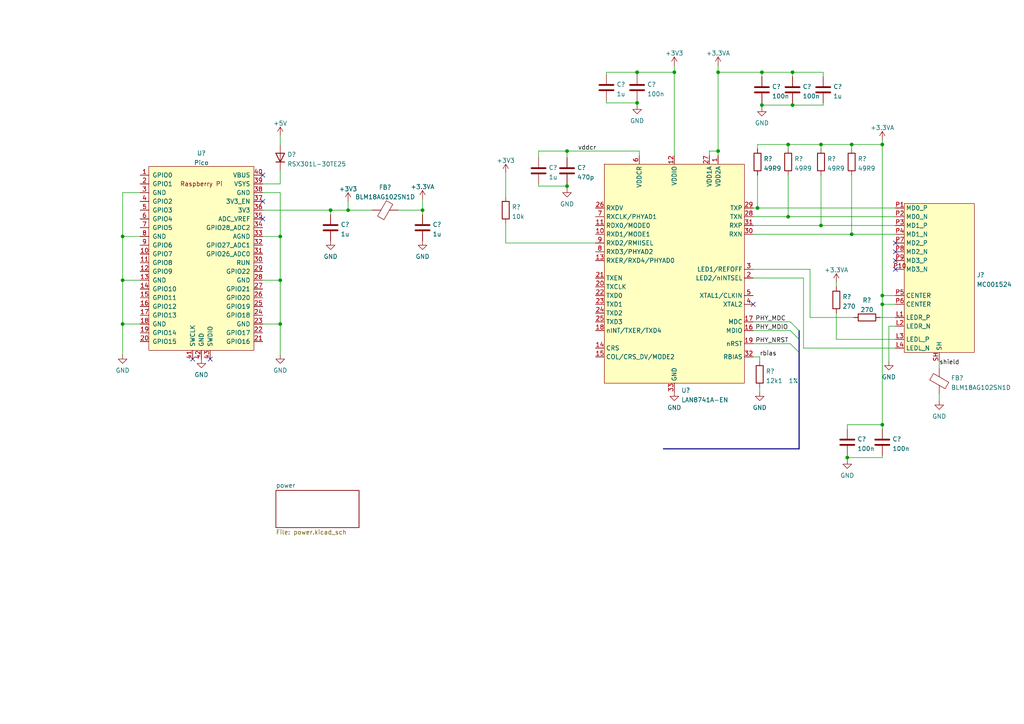
<source format=kicad_sch>
(kicad_sch (version 20211123) (generator eeschema)
  (paper "A4")
  (lib_symbols
    (symbol "Device:C" (pin_numbers hide) (pin_names (offset 0.254))
      (property "Reference" "C" (at 0.635 2.54 0))
      (property "Value" "C" (at 0.635 -2.54 0))
      (symbol "C_0_1"
        (polyline (pts (xy -2.032 -0.762) (xy 2.032 -0.762)) (stroke (width 0.508)))
        (polyline (pts (xy -2.032 0.762) (xy 2.032 0.762)) (stroke (width 0.508)))
      )
      (symbol "C_1_1"
        (pin passive line (at 0 3.81 270) (length 2.794) (name "~") (number "1"))
        (pin passive line (at 0 -3.81 90) (length 2.794) (name "~") (number "2"))
      )
    )
    (symbol "Device:D" (pin_numbers hide) (pin_names (offset 1.016) hide)
      (property "Reference" "D" (at 0 2.54 0))
      (property "Value" "D" (at 0 -2.54 0))
      (symbol "D_0_1"
        (polyline (pts (xy -1.27 1.27) (xy -1.27 -1.27)) (stroke (width 0.254)))
        (polyline (pts (xy 1.27 0) (xy -1.27 0)))
        (polyline (pts (xy 1.27 1.27) (xy 1.27 -1.27) (xy -1.27 0) (xy 1.27 1.27)) (stroke (width 0.254)))
      )
      (symbol "D_1_1"
        (pin passive line (at -3.81 0 0) (length 2.54) (name "K") (number "1"))
        (pin passive line (at 3.81 0 180) (length 2.54) (name "A") (number "2"))
      )
    )
    (symbol "Device:FerriteBead" (pin_numbers hide) (pin_names (offset 0))
      (property "Reference" "FB" (at -3.81 0.635 90))
      (property "Value" "FerriteBead" (at 3.81 0 90))
      (symbol "FerriteBead_0_1"
        (polyline (pts (xy 0 -1.27) (xy 0 -1.2192)))
        (polyline (pts (xy 0 1.27) (xy 0 1.2954)))
        (polyline (pts (xy -2.7686 0.4064) (xy -1.7018 2.2606) (xy 2.7686 -0.3048) (xy 1.6764 -2.159) (xy -2.7686 0.4064)))
      )
      (symbol "FerriteBead_1_1"
        (pin passive line (at 0 3.81 270) (length 2.54) (name "~") (number "1"))
        (pin passive line (at 0 -3.81 90) (length 2.54) (name "~") (number "2"))
      )
    )
    (symbol "Device:R" (pin_numbers hide) (pin_names (offset 0))
      (property "Reference" "R" (at 2.032 0 90))
      (property "Value" "R" (at 0 0 90))
      (symbol "R_0_1"
        (rectangle (start -1.016 -2.54) (end 1.016 2.54) (stroke (width 0.254)))
      )
      (symbol "R_1_1"
        (pin passive line (at 0 3.81 270) (length 1.27) (name "~") (number "1"))
        (pin passive line (at 0 -3.81 90) (length 1.27) (name "~") (number "2"))
      )
    )
    (symbol "MCU_RaspberryPi_and_Boards:Pico" (pin_names (offset 1.016))
      (property "Reference" "U" (at -13.97 27.94 0))
      (property "Value" "Pico" (at 0 19.05 0))
      (symbol "Pico_0_0"
        (text "Raspberry Pi" (at 0 21.59 0) (effects (font (size 1.27 1.27))))
      )
      (symbol "Pico_0_1"
        (rectangle (start -15.24 26.67) (end 15.24 -26.67) (fill (type background)))
      )
      (symbol "Pico_1_1"
        (pin bidirectional line (at -17.78 24.13 0) (length 2.54) (name "GPIO0") (number "1"))
        (pin bidirectional line (at -17.78 1.27 0) (length 2.54) (name "GPIO7") (number "10"))
        (pin bidirectional line (at -17.78 -1.27 0) (length 2.54) (name "GPIO8") (number "11"))
        (pin bidirectional line (at -17.78 -3.81 0) (length 2.54) (name "GPIO9") (number "12"))
        (pin power_in line (at -17.78 -6.35 0) (length 2.54) (name "GND") (number "13"))
        (pin bidirectional line (at -17.78 -8.89 0) (length 2.54) (name "GPIO10") (number "14"))
        (pin bidirectional line (at -17.78 -11.43 0) (length 2.54) (name "GPIO11") (number "15"))
        (pin bidirectional line (at -17.78 -13.97 0) (length 2.54) (name "GPIO12") (number "16"))
        (pin bidirectional line (at -17.78 -16.51 0) (length 2.54) (name "GPIO13") (number "17"))
        (pin power_in line (at -17.78 -19.05 0) (length 2.54) (name "GND") (number "18"))
        (pin bidirectional line (at -17.78 -21.59 0) (length 2.54) (name "GPIO14") (number "19"))
        (pin bidirectional line (at -17.78 21.59 0) (length 2.54) (name "GPIO1") (number "2"))
        (pin bidirectional line (at -17.78 -24.13 0) (length 2.54) (name "GPIO15") (number "20"))
        (pin bidirectional line (at 17.78 -24.13 180) (length 2.54) (name "GPIO16") (number "21"))
        (pin bidirectional line (at 17.78 -21.59 180) (length 2.54) (name "GPIO17") (number "22"))
        (pin power_in line (at 17.78 -19.05 180) (length 2.54) (name "GND") (number "23"))
        (pin bidirectional line (at 17.78 -16.51 180) (length 2.54) (name "GPIO18") (number "24"))
        (pin bidirectional line (at 17.78 -13.97 180) (length 2.54) (name "GPIO19") (number "25"))
        (pin bidirectional line (at 17.78 -11.43 180) (length 2.54) (name "GPIO20") (number "26"))
        (pin bidirectional line (at 17.78 -8.89 180) (length 2.54) (name "GPIO21") (number "27"))
        (pin power_in line (at 17.78 -6.35 180) (length 2.54) (name "GND") (number "28"))
        (pin bidirectional line (at 17.78 -3.81 180) (length 2.54) (name "GPIO22") (number "29"))
        (pin power_in line (at -17.78 19.05 0) (length 2.54) (name "GND") (number "3"))
        (pin input line (at 17.78 -1.27 180) (length 2.54) (name "RUN") (number "30"))
        (pin bidirectional line (at 17.78 1.27 180) (length 2.54) (name "GPIO26_ADC0") (number "31"))
        (pin bidirectional line (at 17.78 3.81 180) (length 2.54) (name "GPIO27_ADC1") (number "32"))
        (pin power_in line (at 17.78 6.35 180) (length 2.54) (name "AGND") (number "33"))
        (pin bidirectional line (at 17.78 8.89 180) (length 2.54) (name "GPIO28_ADC2") (number "34"))
        (pin unspecified line (at 17.78 11.43 180) (length 2.54) (name "ADC_VREF") (number "35"))
        (pin unspecified line (at 17.78 13.97 180) (length 2.54) (name "3V3") (number "36"))
        (pin input line (at 17.78 16.51 180) (length 2.54) (name "3V3_EN") (number "37"))
        (pin bidirectional line (at 17.78 19.05 180) (length 2.54) (name "GND") (number "38"))
        (pin unspecified line (at 17.78 21.59 180) (length 2.54) (name "VSYS") (number "39"))
        (pin bidirectional line (at -17.78 16.51 0) (length 2.54) (name "GPIO2") (number "4"))
        (pin unspecified line (at 17.78 24.13 180) (length 2.54) (name "VBUS") (number "40"))
        (pin input line (at -2.54 -29.21 90) (length 2.54) (name "SWCLK") (number "41"))
        (pin power_in line (at 0 -29.21 90) (length 2.54) (name "GND") (number "42"))
        (pin bidirectional line (at 2.54 -29.21 90) (length 2.54) (name "SWDIO") (number "43"))
        (pin bidirectional line (at -17.78 13.97 0) (length 2.54) (name "GPIO3") (number "5"))
        (pin bidirectional line (at -17.78 11.43 0) (length 2.54) (name "GPIO4") (number "6"))
        (pin bidirectional line (at -17.78 8.89 0) (length 2.54) (name "GPIO5") (number "7"))
        (pin power_in line (at -17.78 6.35 0) (length 2.54) (name "GND") (number "8"))
        (pin bidirectional line (at -17.78 3.81 0) (length 2.54) (name "GPIO6") (number "9"))
      )
    )
    (symbol "good_things:LAN8741A-EN"
      (property "Reference" "U" (at 6.35 -35.56 0))
      (property "Value" "LAN8741A-EN" (at 12.7 -33.02 0))
      (symbol "LAN8741A-EN_0_1"
        (rectangle (start -20.32 31.75) (end 20.32 -31.75) (stroke (width 0.1524)) (fill (type background)))
      )
      (symbol "LAN8741A-EN_1_1"
        (pin input line (at 12.7 34.29 270) (length 2.54) (name "VDD2A") (number "1"))
        (pin output line (at -22.86 11.43 0) (length 2.54) (name "RXD1/MODE1") (number "10"))
        (pin output line (at -22.86 13.97 0) (length 2.54) (name "RDX0/MODE0") (number "11"))
        (pin input line (at 0 34.29 270) (length 2.54) (name "VDDIO") (number "12"))
        (pin output line (at -22.86 3.81 0) (length 2.54) (name "RXER/RXD4/PHYAD0") (number "13"))
        (pin input line (at -22.86 -21.59 0) (length 2.54) (name "CRS") (number "14"))
        (pin input line (at -22.86 -24.13 0) (length 2.54) (name "COL/CRS_DV/MODE2") (number "15"))
        (pin bidirectional line (at 22.86 -16.51 180) (length 2.54) (name "MDIO") (number "16"))
        (pin input line (at 22.86 -13.97 180) (length 2.54) (name "MDC") (number "17"))
        (pin input line (at -22.86 -16.51 0) (length 2.54) (name "nINT/TXER/TXD4") (number "18"))
        (pin input line (at 22.86 -20.32 180) (length 2.54) (name "nRST") (number "19"))
        (pin input line (at 22.86 -1.27 180) (length 2.54) (name "LED2/nINTSEL") (number "2"))
        (pin input line (at -22.86 -3.81 0) (length 2.54) (name "TXCLK") (number "20"))
        (pin input line (at -22.86 -1.27 0) (length 2.54) (name "TXEN") (number "21"))
        (pin input line (at -22.86 -6.35 0) (length 2.54) (name "TXD0") (number "22"))
        (pin input line (at -22.86 -8.89 0) (length 2.54) (name "TXD1") (number "23"))
        (pin input line (at -22.86 -11.43 0) (length 2.54) (name "TXD2") (number "24"))
        (pin input line (at -22.86 -13.97 0) (length 2.54) (name "TXD3") (number "25"))
        (pin output line (at -22.86 19.05 0) (length 2.54) (name "RXDV") (number "26"))
        (pin power_in line (at 10.16 34.29 270) (length 2.54) (name "VDD1A") (number "27"))
        (pin output line (at 22.86 16.51 180) (length 2.54) (name "TXN") (number "28"))
        (pin output line (at 22.86 19.05 180) (length 2.54) (name "TXP") (number "29"))
        (pin input line (at 22.86 1.27 180) (length 2.54) (name "LED1/REFOFF") (number "3"))
        (pin input line (at 22.86 11.43 180) (length 2.54) (name "RXN") (number "30"))
        (pin input line (at 22.86 13.97 180) (length 2.54) (name "RXP") (number "31"))
        (pin passive line (at 22.86 -24.13 180) (length 2.54) (name "RBIAS") (number "32"))
        (pin power_in line (at 0 -34.29 90) (length 2.54) (name "GND") (number "33"))
        (pin passive line (at 22.86 -8.89 180) (length 2.54) (name "XTAL2") (number "4"))
        (pin input line (at 22.86 -6.35 180) (length 2.54) (name "XTAL1/CLKIN") (number "5"))
        (pin input line (at -10.16 34.29 270) (length 2.54) (name "VDDCR") (number "6"))
        (pin output line (at -22.86 16.51 0) (length 2.54) (name "RXCLK/PHYAD1") (number "7"))
        (pin output line (at -22.86 6.35 0) (length 2.54) (name "RXD3/PHYAD2") (number "8"))
        (pin output line (at -22.86 8.89 0) (length 2.54) (name "RXD2/RMIISEL") (number "9"))
      )
    )
    (symbol "good_things:MC001524"
      (property "Reference" "J" (at 0 25.4 0))
      (property "Value" "MC001524" (at 0 22.86 0))
      (symbol "MC001524_0_1"
        (rectangle (start -10.16 21.59) (end 10.16 -21.59) (stroke (width 0.1524)) (fill (type background)))
      )
      (symbol "MC001524_1_1"
        (pin passive line (at -12.7 -11.43 0) (length 2.54) (name "LEDR_P") (number "L1"))
        (pin passive line (at -12.7 -13.97 0) (length 2.54) (name "LEDR_N") (number "L2"))
        (pin passive line (at -12.7 -17.78 0) (length 2.54) (name "LEDL_P") (number "L3"))
        (pin passive line (at -12.7 -20.32 0) (length 2.54) (name "LEDL_N") (number "L4"))
        (pin passive line (at -12.7 20.32 0) (length 2.54) (name "MD0_P") (number "P1"))
        (pin passive line (at -12.7 2.54 0) (length 2.54) (name "MD3_N") (number "P10"))
        (pin passive line (at -12.7 17.78 0) (length 2.54) (name "MD0_N") (number "P2"))
        (pin passive line (at -12.7 15.24 0) (length 2.54) (name "MD1_P") (number "P3"))
        (pin passive line (at -12.7 12.7 0) (length 2.54) (name "MD1_N") (number "P4"))
        (pin passive line (at -12.7 -5.08 0) (length 2.54) (name "CENTER") (number "P5"))
        (pin passive line (at -12.7 -7.62 0) (length 2.54) (name "CENTER") (number "P6"))
        (pin passive line (at -12.7 10.16 0) (length 2.54) (name "MD2_P") (number "P7"))
        (pin passive line (at -12.7 7.62 0) (length 2.54) (name "MD2_N") (number "P8"))
        (pin passive line (at -12.7 5.08 0) (length 2.54) (name "MD3_P") (number "P9"))
        (pin passive line (at 0 -24.13 90) (length 2.54) (name "SH") (number "SH"))
      )
    )
    (symbol "power:+3.3VA" (power) (pin_names (offset 0))
      (property "Value" "+3.3VA" (at 0 3.556 0))
      (symbol "+3.3VA_0_1"
        (polyline (pts (xy -0.762 1.27) (xy 0 2.54)))
        (polyline (pts (xy 0 0) (xy 0 2.54)))
        (polyline (pts (xy 0 2.54) (xy 0.762 1.27)))
      )
      (symbol "+3.3VA_1_1"
        (pin power_in line (at 0 0 90) (length 0) hide (name "+3.3VA") (number "1"))
      )
    )
    (symbol "power:+3V3" (power) (pin_names (offset 0))
      (property "Value" "+3V3" (at 0 3.556 0))
      (symbol "+3V3_0_1"
        (polyline (pts (xy -0.762 1.27) (xy 0 2.54)))
        (polyline (pts (xy 0 0) (xy 0 2.54)))
        (polyline (pts (xy 0 2.54) (xy 0.762 1.27)))
      )
      (symbol "+3V3_1_1"
        (pin power_in line (at 0 0 90) (length 0) hide (name "+3V3") (number "1"))
      )
    )
    (symbol "power:+5V" (power) (pin_names (offset 0))
      (property "Value" "+5V" (at 0 3.556 0))
      (symbol "+5V_0_1"
        (polyline (pts (xy -0.762 1.27) (xy 0 2.54)))
        (polyline (pts (xy 0 0) (xy 0 2.54)))
        (polyline (pts (xy 0 2.54) (xy 0.762 1.27)))
      )
      (symbol "+5V_1_1"
        (pin power_in line (at 0 0 90) (length 0) hide (name "+5V") (number "1"))
      )
    )
    (symbol "power:GND" (power) (pin_names (offset 0))
      (property "Value" "GND" (at 0 -3.81 0))
      (symbol "GND_0_1"
        (polyline (pts (xy 0 0) (xy 0 -1.27) (xy 1.27 -1.27) (xy 0 -2.54) (xy -1.27 -1.27) (xy 0 -1.27)))
      )
      (symbol "GND_1_1"
        (pin power_in line (at 0 0 270) (length 0) hide (name "GND") (number "1"))
      )
    )
  )
  (junction (at 81.28 68.58))
  (junction (at 81.28 93.98))
  (junction (at 255.905 85.725))
  (junction (at 164.465 53.975))
  (junction (at 195.58 20.955))
  (junction (at 228.6 62.865))
  (junction (at 208.28 20.955))
  (junction (at 247.015 67.945))
  (junction (at 219.71 60.325))
  (junction (at 184.785 29.845))
  (junction (at 220.98 30.48))
  (junction (at 229.87 30.48))
  (junction (at 35.56 81.28))
  (junction (at 164.465 43.815))
  (junction (at 228.6 41.91))
  (junction (at 100.965 60.96))
  (junction (at 208.28 43.815))
  (junction (at 255.905 41.91))
  (junction (at 220.98 20.955))
  (junction (at 184.785 20.955))
  (junction (at 245.745 132.715))
  (junction (at 81.28 81.28))
  (junction (at 247.015 41.91))
  (junction (at 35.56 93.98))
  (junction (at 255.905 123.19))
  (junction (at 95.885 60.96))
  (junction (at 35.56 68.58))
  (junction (at 255.905 88.265))
  (junction (at 229.87 20.955))
  (junction (at 238.125 65.405))
  (junction (at 122.555 60.96))
  (junction (at 238.125 41.91))
  (no_connect (at 259.715 70.485))
  (no_connect (at 259.715 73.025))
  (no_connect (at 259.715 75.565))
  (no_connect (at 259.715 78.105))
  (no_connect (at 76.2 50.8))
  (no_connect (at 218.44 88.265))
  (no_connect (at 76.2 58.42))
  (no_connect (at 60.96 104.14))
  (no_connect (at 76.2 63.5))
  (no_connect (at 55.88 104.14))
  (bus_entry (at 229.235 95.885) (size 2.54 2.54))
  (bus_entry (at 229.235 99.695) (size 2.54 2.54))
  (bus_entry (at 229.235 93.345) (size 2.54 2.54))
  (wire (pts (xy 208.28 43.815) (xy 205.74 43.815)))
  (bus (pts (xy 192.405 130.175) (xy 231.775 130.175)))
  (wire (pts (xy 156.21 43.815) (xy 156.21 45.72)))
  (wire (pts (xy 247.015 41.91) (xy 255.905 41.91)))
  (wire (pts (xy 220.98 30.48) (xy 229.87 30.48)))
  (wire (pts (xy 81.28 93.98) (xy 81.28 81.28)))
  (wire (pts (xy 255.905 132.715) (xy 255.905 132.08)))
  (wire (pts (xy 247.015 67.945) (xy 218.44 67.945)))
  (wire (pts (xy 245.745 132.08) (xy 245.745 132.715)))
  (wire (pts (xy 208.28 43.815) (xy 208.28 45.085)))
  (wire (pts (xy 122.555 60.96) (xy 122.555 62.23)))
  (wire (pts (xy 220.98 20.955) (xy 229.87 20.955)))
  (wire (pts (xy 255.905 88.265) (xy 255.905 123.19)))
  (wire (pts (xy 220.98 29.845) (xy 220.98 30.48)))
  (wire (pts (xy 76.2 60.96) (xy 95.885 60.96)))
  (bus (pts (xy 231.775 98.425) (xy 231.775 102.235)))
  (wire (pts (xy 208.28 20.955) (xy 220.98 20.955)))
  (wire (pts (xy 242.57 90.805) (xy 242.57 98.425)))
  (wire (pts (xy 245.745 132.715) (xy 245.745 133.35)))
  (wire (pts (xy 81.28 55.88) (xy 76.2 55.88)))
  (wire (pts (xy 122.555 57.785) (xy 122.555 60.96)))
  (bus (pts (xy 231.775 95.885) (xy 231.775 98.425)))
  (wire (pts (xy 272.415 114.3) (xy 272.415 116.205)))
  (wire (pts (xy 242.57 98.425) (xy 259.715 98.425)))
  (wire (pts (xy 35.56 102.87) (xy 35.56 93.98)))
  (wire (pts (xy 156.21 53.975) (xy 156.21 53.34)))
  (wire (pts (xy 229.87 30.48) (xy 229.87 29.845)))
  (wire (pts (xy 185.42 43.815) (xy 185.42 45.085)))
  (wire (pts (xy 234.95 92.075) (xy 234.95 78.105)))
  (wire (pts (xy 81.28 68.58) (xy 81.28 55.88)))
  (wire (pts (xy 81.28 93.98) (xy 76.2 93.98)))
  (wire (pts (xy 100.965 60.96) (xy 107.95 60.96)))
  (wire (pts (xy 247.015 67.945) (xy 259.715 67.945)))
  (wire (pts (xy 175.895 20.955) (xy 175.895 21.59)))
  (wire (pts (xy 247.015 50.8) (xy 247.015 67.945)))
  (wire (pts (xy 208.28 20.955) (xy 208.28 43.815)))
  (wire (pts (xy 242.57 81.915) (xy 242.57 83.185)))
  (wire (pts (xy 238.76 29.845) (xy 238.76 30.48)))
  (wire (pts (xy 35.56 68.58) (xy 40.64 68.58)))
  (wire (pts (xy 272.415 104.775) (xy 272.415 106.68)))
  (wire (pts (xy 259.715 85.725) (xy 255.905 85.725)))
  (wire (pts (xy 255.905 123.19) (xy 245.745 123.19)))
  (wire (pts (xy 184.785 29.845) (xy 184.785 30.48)))
  (wire (pts (xy 220.345 112.395) (xy 220.345 113.665)))
  (wire (pts (xy 255.27 92.075) (xy 259.715 92.075)))
  (wire (pts (xy 255.905 124.46) (xy 255.905 123.19)))
  (wire (pts (xy 247.015 41.91) (xy 238.125 41.91)))
  (wire (pts (xy 259.715 62.865) (xy 228.6 62.865)))
  (wire (pts (xy 255.905 40.64) (xy 255.905 41.91)))
  (wire (pts (xy 218.44 99.695) (xy 229.235 99.695)))
  (wire (pts (xy 219.71 43.18) (xy 219.71 41.91)))
  (wire (pts (xy 35.56 93.98) (xy 40.64 93.98)))
  (wire (pts (xy 233.045 80.645) (xy 233.045 100.965)))
  (wire (pts (xy 195.58 20.955) (xy 195.58 45.085)))
  (wire (pts (xy 220.98 20.955) (xy 220.98 22.225)))
  (wire (pts (xy 95.885 60.96) (xy 100.965 60.96)))
  (wire (pts (xy 219.71 60.325) (xy 259.715 60.325)))
  (wire (pts (xy 115.57 60.96) (xy 122.555 60.96)))
  (wire (pts (xy 247.015 43.18) (xy 247.015 41.91)))
  (wire (pts (xy 184.785 29.845) (xy 175.895 29.845)))
  (wire (pts (xy 81.28 68.58) (xy 76.2 68.58)))
  (wire (pts (xy 229.87 20.955) (xy 229.87 22.225)))
  (wire (pts (xy 35.56 55.88) (xy 40.64 55.88)))
  (wire (pts (xy 184.785 20.955) (xy 195.58 20.955)))
  (wire (pts (xy 255.905 88.265) (xy 259.715 88.265)))
  (wire (pts (xy 245.745 123.19) (xy 245.745 124.46)))
  (wire (pts (xy 234.95 78.105) (xy 218.44 78.105)))
  (wire (pts (xy 218.44 60.325) (xy 219.71 60.325)))
  (wire (pts (xy 164.465 53.975) (xy 156.21 53.975)))
  (wire (pts (xy 35.56 93.98) (xy 35.56 81.28)))
  (wire (pts (xy 164.465 43.815) (xy 164.465 45.72)))
  (wire (pts (xy 238.125 65.405) (xy 218.44 65.405)))
  (wire (pts (xy 81.28 49.53) (xy 81.28 53.34)))
  (wire (pts (xy 81.28 102.87) (xy 81.28 93.98)))
  (wire (pts (xy 229.87 20.955) (xy 238.76 20.955)))
  (wire (pts (xy 95.885 60.96) (xy 95.885 62.23)))
  (wire (pts (xy 175.895 20.955) (xy 184.785 20.955)))
  (wire (pts (xy 146.685 50.165) (xy 146.685 57.15)))
  (wire (pts (xy 259.715 94.615) (xy 257.81 94.615)))
  (wire (pts (xy 195.58 19.05) (xy 195.58 20.955)))
  (wire (pts (xy 238.76 20.955) (xy 238.76 22.225)))
  (wire (pts (xy 238.125 65.405) (xy 259.715 65.405)))
  (wire (pts (xy 208.28 19.05) (xy 208.28 20.955)))
  (wire (pts (xy 219.71 50.8) (xy 219.71 60.325)))
  (wire (pts (xy 146.685 64.77) (xy 146.685 70.485)))
  (wire (pts (xy 228.6 41.91) (xy 228.6 43.18)))
  (wire (pts (xy 35.56 81.28) (xy 35.56 68.58)))
  (wire (pts (xy 164.465 53.34) (xy 164.465 53.975)))
  (wire (pts (xy 219.71 41.91) (xy 228.6 41.91)))
  (wire (pts (xy 238.125 41.91) (xy 228.6 41.91)))
  (wire (pts (xy 81.28 53.34) (xy 76.2 53.34)))
  (wire (pts (xy 164.465 53.975) (xy 164.465 54.61)))
  (wire (pts (xy 184.785 21.59) (xy 184.785 20.955)))
  (wire (pts (xy 35.56 68.58) (xy 35.56 55.88)))
  (wire (pts (xy 218.44 80.645) (xy 233.045 80.645)))
  (wire (pts (xy 81.28 81.28) (xy 76.2 81.28)))
  (wire (pts (xy 175.895 29.845) (xy 175.895 29.21)))
  (wire (pts (xy 100.965 58.42) (xy 100.965 60.96)))
  (wire (pts (xy 81.28 81.28) (xy 81.28 68.58)))
  (wire (pts (xy 184.785 29.21) (xy 184.785 29.845)))
  (wire (pts (xy 228.6 50.8) (xy 228.6 62.865)))
  (wire (pts (xy 238.125 50.8) (xy 238.125 65.405)))
  (wire (pts (xy 234.95 92.075) (xy 247.65 92.075)))
  (wire (pts (xy 255.905 85.725) (xy 255.905 41.91)))
  (wire (pts (xy 255.905 85.725) (xy 255.905 88.265)))
  (wire (pts (xy 238.76 30.48) (xy 229.87 30.48)))
  (wire (pts (xy 233.045 100.965) (xy 259.715 100.965)))
  (wire (pts (xy 146.685 70.485) (xy 172.72 70.485)))
  (wire (pts (xy 220.345 103.505) (xy 220.345 104.775)))
  (wire (pts (xy 218.44 103.505) (xy 220.345 103.505)))
  (wire (pts (xy 229.235 95.885) (xy 218.44 95.885)))
  (wire (pts (xy 238.125 43.18) (xy 238.125 41.91)))
  (wire (pts (xy 245.745 132.715) (xy 255.905 132.715)))
  (wire (pts (xy 81.28 39.37) (xy 81.28 41.91)))
  (wire (pts (xy 205.74 43.815) (xy 205.74 45.085)))
  (wire (pts (xy 257.81 94.615) (xy 257.81 104.775)))
  (wire (pts (xy 220.98 30.48) (xy 220.98 31.115)))
  (bus (pts (xy 231.775 102.235) (xy 231.775 130.175)))
  (wire (pts (xy 164.465 43.815) (xy 185.42 43.815)))
  (wire (pts (xy 228.6 62.865) (xy 218.44 62.865)))
  (wire (pts (xy 35.56 81.28) (xy 40.64 81.28)))
  (wire (pts (xy 218.44 93.345) (xy 229.235 93.345)))
  (wire (pts (xy 164.465 43.815) (xy 156.21 43.815)))
  (label "PHY_NRST" (at 219.075 99.695 0))
  (label "rbias" (at 220.345 103.505 0))
  (label "vddcr" (at 167.64 43.815 0))
  (label "PHY_MDC" (at 219.075 93.345 0))
  (label "shield" (at 272.415 106.045 0))
  (label "PHY_MDIO" (at 219.075 95.885 0))
  (symbol (lib_id "power:+3V3") (at 100.965 58.42 0) (unit 1)
    (property "Reference" "#PWR?" (effects hide))
    (property "Value" "+3V3" (at 100.965 54.8155 0))
  )
  (symbol (lib_id "Device:C") (at 245.745 128.27 0) (unit 1)
    (property "Reference" "C?" (at 248.666 127.3615 0) (effects (justify left)))
    (property "Value" "100n" (at 248.666 130.1366 0) (effects (justify left)))
    (property "Footprint" "Capacitor_SMD:C_0603_1608Metric_Pad1.08x0.95mm_HandSolder" (effects hide))
  )
  (symbol (lib_id "Device:R") (at 146.685 60.96 0) (unit 1)
    (property "Reference" "R?" (at 148.463 60.0515 0) (effects (justify left)))
    (property "Value" "10k" (at 148.463 62.8266 0) (effects (justify left)))
  )
  (symbol (lib_id "power:+3V3") (at 146.685 50.165 0) (unit 1)
    (property "Reference" "#PWR?" (effects hide))
    (property "Value" "+3V3" (at 146.685 46.5605 0))
  )
  (symbol (lib_id "power:GND") (at 272.415 116.205 0) (unit 1)
    (property "Reference" "#PWR?" (effects hide))
    (property "Value" "GND" (at 272.415 120.7675 0))
  )
  (symbol (lib_id "Device:C") (at 122.555 66.04 0) (unit 1)
    (property "Reference" "C?" (at 125.476 65.1315 0) (effects (justify left)))
    (property "Value" "1u" (at 125.476 67.9066 0) (effects (justify left)))
    (property "Footprint" "Capacitor_SMD:C_0603_1608Metric_Pad1.08x0.95mm_HandSolder" (effects hide))
  )
  (symbol (lib_id "power:GND") (at 220.345 113.665 0) (unit 1)
    (property "Reference" "#PWR?" (effects hide))
    (property "Value" "GND" (at 220.345 118.2275 0))
  )
  (symbol (lib_id "power:+3.3VA") (at 242.57 81.915 0) (unit 1)
    (property "Reference" "#PWR?" (effects hide))
    (property "Value" "+3.3VA" (at 242.57 78.3105 0))
  )
  (symbol (lib_id "Device:R") (at 220.345 108.585 0) (unit 1)
    (property "Reference" "R?" (at 222.123 107.6765 0) (effects (justify left)))
    (property "Value" "12k1  1%" (at 222.123 110.4516 0) (effects (justify left)))
    (property "Footprint" "Resistor_SMD:R_0603_1608Metric_Pad0.98x0.95mm_HandSolder" (effects hide))
  )
  (symbol (lib_id "Device:C") (at 175.895 25.4 0) (unit 1)
    (property "Reference" "C?" (at 178.816 24.4915 0) (effects (justify left)))
    (property "Value" "1u" (at 178.816 27.2666 0) (effects (justify left)))
    (property "Footprint" "Capacitor_SMD:C_0603_1608Metric_Pad1.08x0.95mm_HandSolder" (effects hide))
  )
  (symbol (lib_id "power:GND") (at 164.465 54.61 0) (unit 1)
    (property "Reference" "#PWR?" (effects hide))
    (property "Value" "GND" (at 164.465 59.1725 0))
  )
  (symbol (lib_id "power:GND") (at 245.745 133.35 0) (unit 1)
    (property "Reference" "#PWR?" (effects hide))
    (property "Value" "GND" (at 245.745 137.9125 0))
  )
  (symbol (lib_id "power:GND") (at 95.885 69.85 0) (unit 1)
    (property "Reference" "#PWR?" (effects hide))
    (property "Value" "GND" (at 95.885 74.4125 0))
  )
  (symbol (lib_id "power:+3.3VA") (at 255.905 40.64 0) (unit 1)
    (property "Reference" "#PWR?" (effects hide))
    (property "Value" "+3.3VA" (at 255.905 37.0355 0))
  )
  (symbol (lib_id "Device:D") (at 81.28 45.72 90) (unit 1)
    (property "Reference" "D?" (at 83.312 44.8115 90) (effects (justify right)))
    (property "Value" "RSX301L-30TE25" (at 83.312 47.5866 90) (effects (justify right)))
    (property "Footprint" "good_things:SOD-106" (effects hide))
  )
  (symbol (lib_id "Device:C") (at 156.21 49.53 0) (unit 1)
    (property "Reference" "C?" (at 159.131 48.6215 0) (effects (justify left)))
    (property "Value" "1u" (at 159.131 51.3966 0) (effects (justify left)))
    (property "Footprint" "Capacitor_SMD:C_0603_1608Metric_Pad1.08x0.95mm_HandSolder" (effects hide))
  )
  (symbol (lib_id "power:+3.3VA") (at 122.555 57.785 0) (unit 1)
    (property "Reference" "#PWR?" (effects hide))
    (property "Value" "+3.3VA" (at 122.555 54.1805 0))
  )
  (symbol (lib_id "Device:C") (at 238.76 26.035 0) (unit 1)
    (property "Reference" "C?" (at 241.681 25.1265 0) (effects (justify left)))
    (property "Value" "1u" (at 241.681 27.9016 0) (effects (justify left)))
    (property "Footprint" "Capacitor_SMD:C_0603_1608Metric_Pad1.08x0.95mm_HandSolder" (effects hide))
  )
  (symbol (lib_id "power:GND") (at 195.58 113.665 0) (unit 1)
    (property "Reference" "#PWR?" (effects hide))
    (property "Value" "GND" (at 195.58 118.2275 0))
  )
  (symbol (lib_id "Device:R") (at 228.6 46.99 0) (unit 1)
    (property "Reference" "R?" (at 230.378 46.0815 0) (effects (justify left)))
    (property "Value" "49R9" (at 230.378 48.8566 0) (effects (justify left)))
    (property "Footprint" "Resistor_SMD:R_0603_1608Metric_Pad0.98x0.95mm_HandSolder" (effects hide))
  )
  (symbol (lib_id "power:+5V") (at 81.28 39.37 0) (unit 1)
    (property "Reference" "#PWR?" (effects hide))
    (property "Value" "+5V" (at 81.28 35.7655 0))
  )
  (symbol (lib_id "Device:R") (at 247.015 46.99 0) (unit 1)
    (property "Reference" "R?" (at 248.793 46.0815 0) (effects (justify left)))
    (property "Value" "49R9" (at 248.793 48.8566 0) (effects (justify left)))
    (property "Footprint" "Resistor_SMD:R_0603_1608Metric_Pad0.98x0.95mm_HandSolder" (effects hide))
  )
  (symbol (lib_id "Device:C") (at 229.87 26.035 0) (unit 1)
    (property "Reference" "C?" (at 232.791 25.1265 0) (effects (justify left)))
    (property "Value" "100n" (at 232.791 27.9016 0) (effects (justify left)))
    (property "Footprint" "Capacitor_SMD:C_0603_1608Metric_Pad1.08x0.95mm_HandSolder" (effects hide))
  )
  (symbol (lib_id "Device:R") (at 219.71 46.99 0) (unit 1)
    (property "Reference" "R?" (at 221.488 46.0815 0) (effects (justify left)))
    (property "Value" "49R9" (at 221.488 48.8566 0) (effects (justify left)))
    (property "Footprint" "Resistor_SMD:R_0603_1608Metric_Pad0.98x0.95mm_HandSolder" (effects hide))
  )
  (symbol (lib_id "power:GND") (at 257.81 104.775 0) (unit 1)
    (property "Reference" "#PWR?" (effects hide))
    (property "Value" "GND" (at 257.81 109.3375 0))
  )
  (symbol (lib_id "Device:C") (at 255.905 128.27 0) (unit 1)
    (property "Reference" "C?" (at 258.826 127.3615 0) (effects (justify left)))
    (property "Value" "100n" (at 258.826 130.1366 0) (effects (justify left)))
    (property "Footprint" "Capacitor_SMD:C_0603_1608Metric_Pad1.08x0.95mm_HandSolder" (effects hide))
  )
  (symbol (lib_id "power:GND") (at 35.56 102.87 0) (mirror y) (unit 1)
    (property "Reference" "#PWR?" (effects hide))
    (property "Value" "GND" (at 35.56 107.4325 0))
  )
  (symbol (lib_id "Device:R") (at 251.46 92.075 90) (unit 1)
    (property "Reference" "R?" (at 251.46 87.0925 90))
    (property "Value" "270" (at 251.46 89.8676 90))
    (property "Footprint" "Resistor_SMD:R_0603_1608Metric_Pad0.98x0.95mm_HandSolder" (effects hide))
  )
  (symbol (lib_id "Device:C") (at 220.98 26.035 0) (unit 1)
    (property "Reference" "C?" (at 223.901 25.1265 0) (effects (justify left)))
    (property "Value" "100n" (at 223.901 27.9016 0) (effects (justify left)))
    (property "Footprint" "Capacitor_SMD:C_0603_1608Metric_Pad1.08x0.95mm_HandSolder" (effects hide))
  )
  (symbol (lib_id "Device:R") (at 238.125 46.99 0) (unit 1)
    (property "Reference" "R?" (at 239.903 46.0815 0) (effects (justify left)))
    (property "Value" "49R9" (at 239.903 48.8566 0) (effects (justify left)))
    (property "Footprint" "Resistor_SMD:R_0603_1608Metric_Pad0.98x0.95mm_HandSolder" (effects hide))
  )
  (symbol (lib_id "good_things:LAN8741A-EN") (at 195.58 79.375 0) (unit 1)
    (property "Reference" "U?" (at 197.5994 113.2237 0) (effects (justify left)))
    (property "Value" "LAN8741A-EN" (at 197.5994 115.9988 0) (effects (justify left)))
    (property "Footprint" "Package_DFN_QFN:VQFN-32-1EP_5x5mm_P0.5mm_EP3.15x3.15mm_ThermalVias" (effects hide))
    (property "Datasheet" "https://www.farnell.com/datasheets/2244694.pdf" (effects hide))
  )
  (symbol (lib_id "power:GND") (at 184.785 30.48 0) (unit 1)
    (property "Reference" "#PWR?" (effects hide))
    (property "Value" "GND" (at 184.785 35.0425 0))
  )
  (symbol (lib_id "power:GND") (at 58.42 104.14 0) (unit 1)
    (property "Reference" "#PWR?" (effects hide))
    (property "Value" "GND" (at 58.42 108.7025 0))
  )
  (symbol (lib_id "Device:FerriteBead") (at 111.76 60.96 90) (unit 1)
    (property "Reference" "FB?" (at 111.7092 54.3519 90))
    (property "Value" "BLM18AG102SN1D" (at 111.7092 57.127 90))
    (property "Footprint" "Inductor_SMD:L_0603_1608Metric_Pad1.05x0.95mm_HandSolder" (effects hide))
  )
  (symbol (lib_id "good_things:MC001524") (at 272.415 80.645 0) (unit 1)
    (property "Reference" "J?" (at 283.2862 79.7365 0) (effects (justify left)))
    (property "Value" "MC001524" (at 283.2862 82.5116 0) (effects (justify left)))
    (property "Footprint" "good_things:MC001524" (effects hide))
    (property "Datasheet" "https://datasheet.octopart.com/MC001524-Multicomp-datasheet-68628660.pdf" (effects hide))
  )
  (symbol (lib_id "Device:R") (at 242.57 86.995 0) (unit 1)
    (property "Reference" "R?" (at 244.348 86.0865 0) (effects (justify left)))
    (property "Value" "270" (at 244.348 88.8616 0) (effects (justify left)))
    (property "Footprint" "Resistor_SMD:R_0603_1608Metric_Pad0.98x0.95mm_HandSolder" (effects hide))
  )
  (symbol (lib_id "power:+3V3") (at 195.58 19.05 0) (unit 1)
    (property "Reference" "#PWR?" (effects hide))
    (property "Value" "+3V3" (at 195.58 15.4455 0))
  )
  (symbol (lib_id "Device:C") (at 164.465 49.53 0) (unit 1)
    (property "Reference" "C?" (at 167.386 48.6215 0) (effects (justify left)))
    (property "Value" "470p" (at 167.386 51.3966 0) (effects (justify left)))
    (property "Footprint" "Capacitor_SMD:C_0603_1608Metric_Pad1.08x0.95mm_HandSolder" (effects hide))
  )
  (symbol (lib_id "power:GND") (at 122.555 69.85 0) (unit 1)
    (property "Reference" "#PWR?" (effects hide))
    (property "Value" "GND" (at 122.555 74.4125 0))
  )
  (symbol (lib_id "MCU_RaspberryPi_and_Boards:Pico") (at 58.42 74.93 0) (unit 1)
    (property "Reference" "U?" (at 58.42 44.4205 0))
    (property "Value" "Pico" (at 58.42 47.1956 0))
    (property "Footprint" "RPi_Pico:RPi_Pico_SMD_TH" (effects hide))
  )
  (symbol (lib_id "Device:C") (at 184.785 25.4 0) (unit 1)
    (property "Reference" "C?" (at 187.706 24.4915 0) (effects (justify left)))
    (property "Value" "100n" (at 187.706 27.2666 0) (effects (justify left)))
    (property "Footprint" "Capacitor_SMD:C_0603_1608Metric_Pad1.08x0.95mm_HandSolder" (effects hide))
  )
  (symbol (lib_id "Device:FerriteBead") (at 272.415 110.49 180) (unit 1)
    (property "Reference" "FB?" (at 275.8186 109.6323 0) (effects (justify right)))
    (property "Value" "BLM18AG102SN1D" (at 275.8186 112.4074 0) (effects (justify right)))
    (property "Footprint" "Inductor_SMD:L_0603_1608Metric_Pad1.05x0.95mm_HandSolder" (effects hide))
  )
  (symbol (lib_id "power:GND") (at 81.28 102.87 0) (unit 1)
    (property "Reference" "#PWR?" (effects hide))
    (property "Value" "GND" (at 81.28 107.4325 0))
  )
  (symbol (lib_id "power:GND") (at 220.98 31.115 0) (unit 1)
    (property "Reference" "#PWR?" (effects hide))
    (property "Value" "GND" (at 220.98 35.6775 0))
  )
  (symbol (lib_id "Device:C") (at 95.885 66.04 0) (unit 1)
    (property "Reference" "C?" (at 98.806 65.1315 0) (effects (justify left)))
    (property "Value" "1u" (at 98.806 67.9066 0) (effects (justify left)))
    (property "Footprint" "Capacitor_SMD:C_0603_1608Metric_Pad1.08x0.95mm_HandSolder" (effects hide))
  )
  (symbol (lib_id "power:+3.3VA") (at 208.28 19.05 0) (unit 1)
    (property "Reference" "#PWR?" (effects hide))
    (property "Value" "+3.3VA" (at 208.28 15.4455 0))
  )
  (sheet (at 80.01 142.24) (size 24.13 10.795) (stroke (width 0.1524))
    (property "Sheet name" "power" (at 80.01 141.5284 0) (effects (justify left bottom)))
    (property "Sheet file" "power.kicad_sch" (at 80.01 153.6196 0) (effects (justify left top)))
  )
)
</source>
